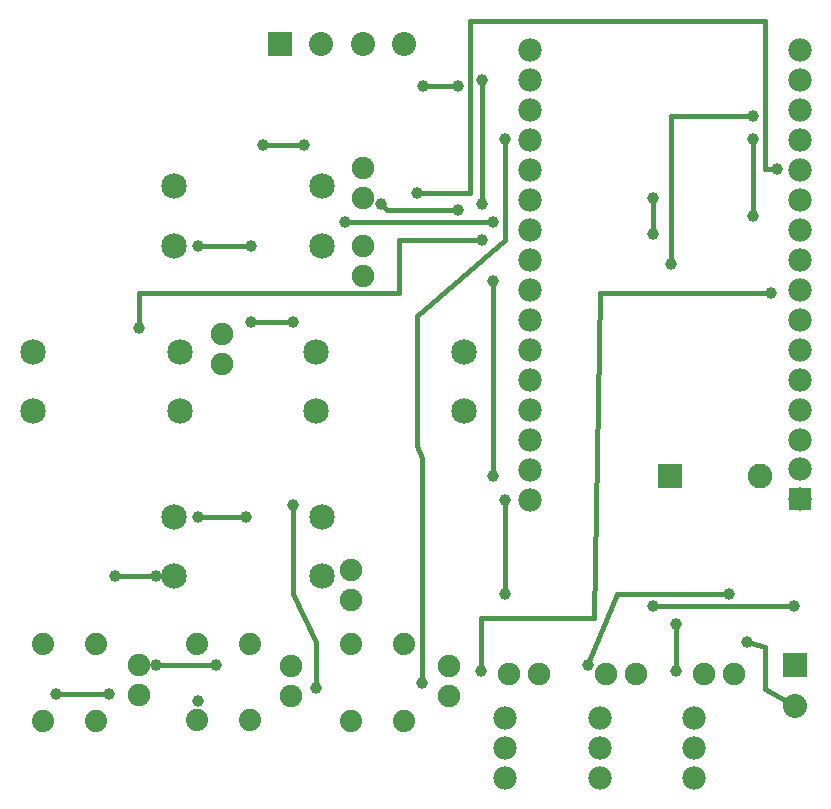
<source format=gtl>
G04 MADE WITH FRITZING*
G04 WWW.FRITZING.ORG*
G04 DOUBLE SIDED*
G04 HOLES PLATED*
G04 CONTOUR ON CENTER OF CONTOUR VECTOR*
%ASAXBY*%
%FSLAX23Y23*%
%MOIN*%
%OFA0B0*%
%SFA1.0B1.0*%
%ADD10C,0.078000*%
%ADD11C,0.039370*%
%ADD12C,0.080000*%
%ADD13C,0.082000*%
%ADD14C,0.075000*%
%ADD15C,0.085000*%
%ADD16C,0.074000*%
%ADD17R,0.078000X0.078000*%
%ADD18R,0.080000X0.080000*%
%ADD19R,0.082000X0.082000*%
%ADD20C,0.016000*%
%LNCOPPER1*%
G90*
G70*
G54D10*
X2649Y1065D03*
X1750Y1064D03*
X2649Y1165D03*
X1750Y1164D03*
X2650Y1264D03*
X1750Y1264D03*
X2650Y1364D03*
X1750Y1364D03*
X2650Y1464D03*
X1750Y1464D03*
X2650Y1564D03*
X1750Y1564D03*
X2650Y1664D03*
X1750Y1664D03*
X2650Y1764D03*
X1750Y1764D03*
X2650Y1864D03*
X1750Y1864D03*
X2650Y1964D03*
X1750Y1964D03*
X2650Y2064D03*
X1750Y2064D03*
X2650Y2164D03*
X1750Y2164D03*
X2650Y2264D03*
X1750Y2264D03*
X2650Y2364D03*
X2650Y2464D03*
X2650Y2564D03*
X1750Y2364D03*
X1750Y2464D03*
X1750Y2564D03*
X1667Y336D03*
X1667Y236D03*
X1667Y136D03*
X1982Y336D03*
X1982Y236D03*
X1982Y136D03*
X2297Y336D03*
X2297Y236D03*
X2297Y136D03*
G54D11*
X860Y2246D03*
X998Y2246D03*
X1135Y1989D03*
X1627Y1989D03*
X1510Y2029D03*
X1253Y2049D03*
X1392Y2442D03*
X1510Y2442D03*
X1372Y2087D03*
X2572Y2167D03*
X1589Y2463D03*
X1589Y2048D03*
X1589Y1930D03*
X446Y1635D03*
X367Y808D03*
X505Y808D03*
X348Y415D03*
X170Y415D03*
X821Y1911D03*
X643Y1911D03*
X821Y1656D03*
X959Y1656D03*
X643Y1005D03*
X802Y1005D03*
X643Y394D03*
X505Y513D03*
X702Y513D03*
X1667Y2265D03*
X1391Y454D03*
X2494Y2010D03*
X2494Y2265D03*
X1667Y1064D03*
X1667Y749D03*
X2238Y651D03*
X2238Y494D03*
X1588Y494D03*
X2554Y1753D03*
X2415Y749D03*
X1942Y513D03*
G54D12*
X2632Y513D03*
X2632Y375D03*
G54D11*
X2159Y711D03*
X2159Y2069D03*
X2159Y1951D03*
X2494Y2344D03*
X2219Y1851D03*
X2473Y591D03*
G54D13*
X2218Y1143D03*
X2516Y1143D03*
X2218Y1143D03*
X2516Y1143D03*
G54D11*
X2631Y711D03*
X1627Y1792D03*
X1627Y1142D03*
X959Y1046D03*
X1038Y435D03*
G54D12*
X916Y2583D03*
X1054Y2583D03*
X1192Y2583D03*
X1330Y2583D03*
G54D14*
X2105Y483D03*
X2005Y483D03*
X1195Y2068D03*
X1195Y2168D03*
X1195Y1911D03*
X1195Y1811D03*
X1155Y730D03*
X1155Y830D03*
X722Y1517D03*
X722Y1617D03*
X1480Y508D03*
X1480Y408D03*
X955Y508D03*
X955Y408D03*
X447Y513D03*
X447Y413D03*
X1780Y483D03*
X1680Y483D03*
X2430Y483D03*
X2330Y483D03*
G54D15*
X1057Y1005D03*
X1057Y809D03*
X565Y809D03*
X565Y1005D03*
X1057Y1005D03*
X1057Y809D03*
X565Y809D03*
X565Y1005D03*
X1057Y1005D03*
X1057Y809D03*
X565Y809D03*
X565Y1005D03*
X1529Y1557D03*
X1529Y1360D03*
X1037Y1360D03*
X1037Y1557D03*
X1529Y1557D03*
X1529Y1360D03*
X1037Y1360D03*
X1037Y1557D03*
X1529Y1557D03*
X1529Y1360D03*
X1037Y1360D03*
X1037Y1557D03*
X584Y1557D03*
X584Y1360D03*
X92Y1360D03*
X92Y1557D03*
X584Y1557D03*
X584Y1360D03*
X92Y1360D03*
X92Y1557D03*
X584Y1557D03*
X584Y1360D03*
X92Y1360D03*
X92Y1557D03*
X1057Y2108D03*
X1057Y1911D03*
X565Y1911D03*
X565Y2108D03*
X1057Y2108D03*
X1057Y1911D03*
X565Y1911D03*
X565Y2108D03*
X1057Y2108D03*
X1057Y1911D03*
X565Y1911D03*
X565Y2108D03*
G54D16*
X305Y327D03*
X305Y583D03*
X127Y327D03*
X127Y583D03*
X305Y327D03*
X305Y583D03*
X127Y327D03*
X127Y583D03*
X305Y327D03*
X305Y583D03*
X127Y327D03*
X127Y583D03*
X817Y328D03*
X817Y584D03*
X639Y328D03*
X639Y584D03*
X817Y328D03*
X817Y584D03*
X639Y328D03*
X639Y584D03*
X817Y328D03*
X817Y584D03*
X639Y328D03*
X639Y584D03*
X1330Y327D03*
X1330Y583D03*
X1152Y327D03*
X1152Y583D03*
X1330Y327D03*
X1330Y583D03*
X1152Y327D03*
X1152Y583D03*
X1330Y327D03*
X1330Y583D03*
X1152Y327D03*
X1152Y583D03*
G54D17*
X2649Y1065D03*
G54D18*
X2632Y513D03*
G54D19*
X2217Y1143D03*
X2217Y1143D03*
G54D18*
X916Y2583D03*
G54D20*
X1274Y2029D02*
X1497Y2029D01*
D02*
X1614Y1989D02*
X1148Y1989D01*
D02*
X874Y2246D02*
X984Y2246D01*
D02*
X446Y1648D02*
X446Y1754D01*
D02*
X1589Y2062D02*
X1589Y2449D01*
D02*
X2534Y2167D02*
X2559Y2167D01*
D02*
X2534Y2658D02*
X2534Y2167D01*
D02*
X1549Y2658D02*
X2534Y2658D01*
D02*
X1549Y2087D02*
X1549Y2658D01*
D02*
X1386Y2087D02*
X1549Y2087D01*
D02*
X1496Y2442D02*
X1405Y2442D01*
D02*
X1263Y2040D02*
X1274Y2029D01*
D02*
X656Y1911D02*
X808Y1911D01*
D02*
X184Y415D02*
X335Y415D01*
D02*
X519Y808D02*
X536Y808D01*
D02*
X381Y808D02*
X492Y808D01*
D02*
X446Y1754D02*
X1313Y1754D01*
D02*
X1313Y1754D02*
X1313Y1930D01*
D02*
X1313Y1930D02*
X1576Y1930D01*
D02*
X656Y1005D02*
X788Y1005D01*
D02*
X834Y1656D02*
X945Y1656D01*
D02*
X1391Y1202D02*
X1372Y1242D01*
D02*
X1372Y1242D02*
X1372Y1675D01*
D02*
X1391Y467D02*
X1391Y1202D01*
D02*
X1372Y1675D02*
X1667Y1930D01*
D02*
X1667Y1930D02*
X1667Y2251D01*
D02*
X519Y513D02*
X689Y513D01*
D02*
X1947Y525D02*
X2041Y749D01*
D02*
X2041Y749D02*
X2402Y749D01*
D02*
X1982Y1753D02*
X2540Y1753D01*
D02*
X1963Y670D02*
X1982Y1753D01*
D02*
X1588Y670D02*
X1963Y670D01*
D02*
X1588Y507D02*
X1588Y670D01*
D02*
X2237Y507D02*
X2237Y638D01*
D02*
X1667Y1051D02*
X1667Y762D01*
D02*
X2494Y2023D02*
X2494Y2251D01*
D02*
X2481Y2344D02*
X2219Y2344D01*
D02*
X2219Y2344D02*
X2219Y1865D01*
D02*
X2159Y2056D02*
X2159Y1965D01*
D02*
X2533Y434D02*
X2533Y572D01*
D02*
X2533Y572D02*
X2486Y587D01*
D02*
X2610Y388D02*
X2533Y434D01*
D02*
X2173Y711D02*
X2617Y711D01*
D02*
X959Y1032D02*
X959Y749D01*
D02*
X1627Y1779D02*
X1627Y1156D01*
D02*
X1038Y591D02*
X1038Y448D01*
D02*
X959Y749D02*
X1038Y591D01*
G04 End of Copper1*
M02*
</source>
